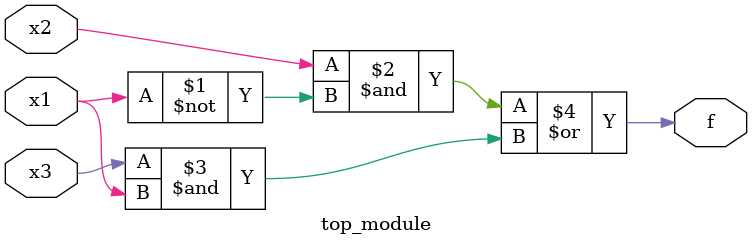
<source format=sv>
module top_module (
	input x3,
	input x2,
	input x1,
	output f
);

assign f = (x2 & ~x1) | (x3 & x1);

endmodule

</source>
